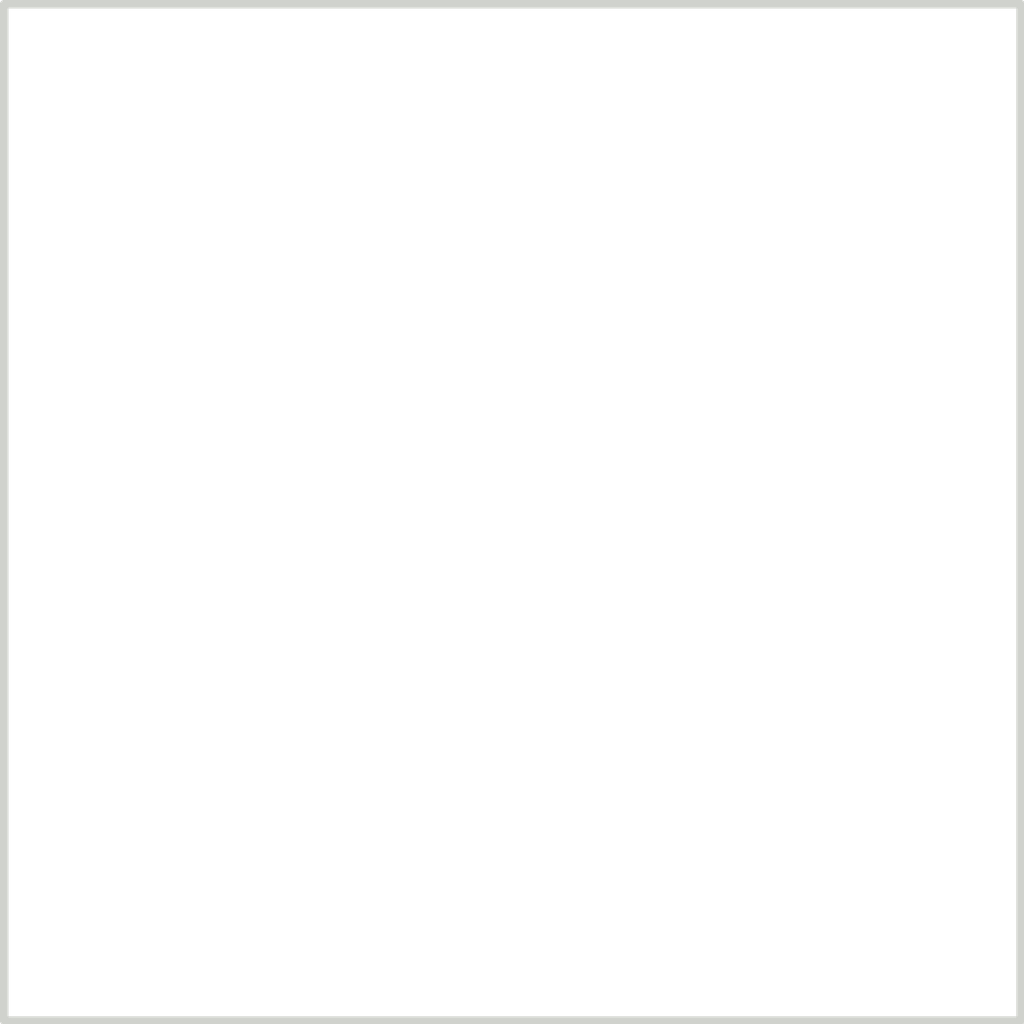
<source format=kicad_pcb>


(kicad_pcb (version 20171130) (host pcbnew 5.1.6)

  (page A3)
  (title_block
    (title pcb)
    (rev v1.0.0)
    (company Unknown)
  )

  (general
    (thickness 1.6)
  )

  (layers
    (0 F.Cu signal)
    (31 B.Cu signal)
    (32 B.Adhes user)
    (33 F.Adhes user)
    (34 B.Paste user)
    (35 F.Paste user)
    (36 B.SilkS user)
    (37 F.SilkS user)
    (38 B.Mask user)
    (39 F.Mask user)
    (40 Dwgs.User user)
    (41 Cmts.User user)
    (42 Eco1.User user)
    (43 Eco2.User user)
    (44 Edge.Cuts user)
    (45 Margin user)
    (46 B.CrtYd user)
    (47 F.CrtYd user)
    (48 B.Fab user)
    (49 F.Fab user)
  )

  (setup
    (last_trace_width 0.25)
    (trace_clearance 0.2)
    (zone_clearance 0.508)
    (zone_45_only no)
    (trace_min 0.2)
    (via_size 0.8)
    (via_drill 0.4)
    (via_min_size 0.4)
    (via_min_drill 0.3)
    (uvia_size 0.3)
    (uvia_drill 0.1)
    (uvias_allowed no)
    (uvia_min_size 0.2)
    (uvia_min_drill 0.1)
    (edge_width 0.05)
    (segment_width 0.2)
    (pcb_text_width 0.3)
    (pcb_text_size 1.5 1.5)
    (mod_edge_width 0.12)
    (mod_text_size 1 1)
    (mod_text_width 0.15)
    (pad_size 1.524 1.524)
    (pad_drill 0.762)
    (pad_to_mask_clearance 0.05)
    (aux_axis_origin 0 0)
    (visible_elements FFFFFF7F)
    (pcbplotparams
      (layerselection 0x010fc_ffffffff)
      (usegerberextensions false)
      (usegerberattributes true)
      (usegerberadvancedattributes true)
      (creategerberjobfile true)
      (excludeedgelayer true)
      (linewidth 0.100000)
      (plotframeref false)
      (viasonmask false)
      (mode 1)
      (useauxorigin false)
      (hpglpennumber 1)
      (hpglpenspeed 20)
      (hpglpendiameter 15.000000)
      (psnegative false)
      (psa4output false)
      (plotreference true)
      (plotvalue true)
      (plotinvisibletext false)
      (padsonsilk false)
      (subtractmaskfromsilk false)
      (outputformat 1)
      (mirror false)
      (drillshape 1)
      (scaleselection 1)
      (outputdirectory ""))
  )

  (net 0 "")

  (net_class Default "This is the default net class."
    (clearance 0.2)
    (trace_width 0.25)
    (via_dia 0.8)
    (via_drill 0.4)
    (uvia_dia 0.3)
    (uvia_drill 0.1)
    (add_net "")
  )

  
    (module injected_test_footprint (layer F.Cu) (tedit 5E1ADAC2)
    (at 0 0 0) 

            
    (fp_text reference "I1" (at 0 0) (layer F.SilkS) hide (effects (font (size 1.27 1.27) (thickness 0.15))))
    )
  
  (gr_line (start -9 9) (end 9 9) (angle 90) (layer Edge.Cuts) (width 0.15))
(gr_line (start 9 9) (end 9 -9) (angle 90) (layer Edge.Cuts) (width 0.15))
(gr_line (start 9 -9) (end -9 -9) (angle 90) (layer Edge.Cuts) (width 0.15))
(gr_line (start -9 -9) (end -9 9) (angle 90) (layer Edge.Cuts) (width 0.15))

)


</source>
